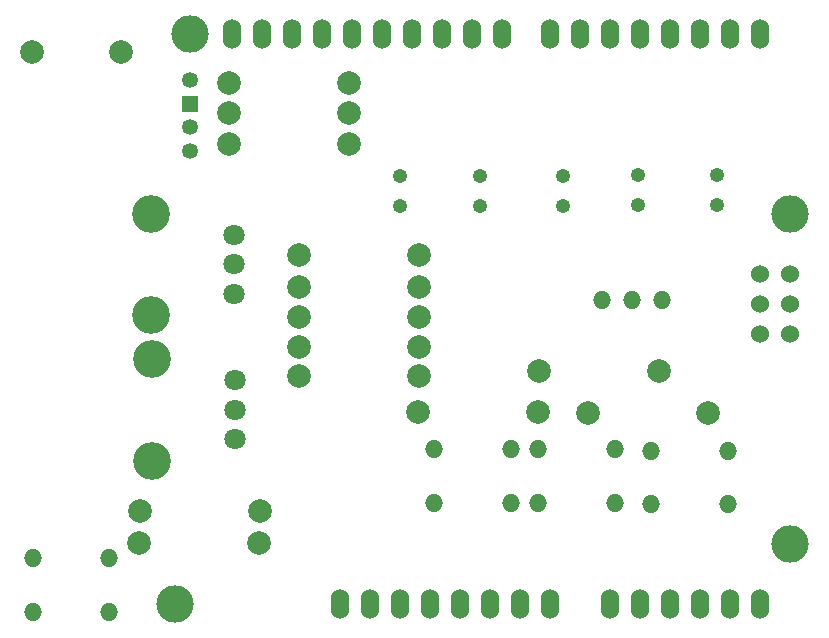
<source format=gbr>
G04 #@! TF.FileFunction,Soldermask,Top*
%FSLAX46Y46*%
G04 Gerber Fmt 4.6, Leading zero omitted, Abs format (unit mm)*
G04 Created by KiCad (PCBNEW 4.1.0-alpha+201606210817+6944~45~ubuntu14.04.1-product) date Tue Jun 21 19:39:29 2016*
%MOMM*%
%LPD*%
G01*
G04 APERTURE LIST*
%ADD10C,0.100000*%
%ADD11O,1.524000X1.524000*%
%ADD12C,1.998980*%
%ADD13O,1.219200X1.219200*%
%ADD14O,1.524000X2.540000*%
%ADD15C,3.175000*%
%ADD16C,1.524000*%
%ADD17C,3.200000*%
%ADD18C,1.800000*%
%ADD19C,1.351280*%
%ADD20R,1.351280X1.351280*%
%ADD21C,2.000000*%
G04 APERTURE END LIST*
D10*
D11*
X162877500Y-122161300D03*
X169379900Y-122161300D03*
X162877500Y-126682500D03*
X169379900Y-126682500D03*
D12*
X186055000Y-119126000D03*
X175895000Y-119126000D03*
D11*
X181203600Y-122301000D03*
X187706000Y-122301000D03*
X181203600Y-126822200D03*
X187706000Y-126822200D03*
D13*
X180140493Y-98921321D03*
X180140493Y-101461321D03*
X186820493Y-98921321D03*
X186820493Y-101461321D03*
D12*
X161544000Y-113538000D03*
X151384000Y-113538000D03*
X161544000Y-115951000D03*
X151384000Y-115951000D03*
D11*
X171678600Y-122161300D03*
X178181000Y-122161300D03*
X171678600Y-126682500D03*
X178181000Y-126682500D03*
D14*
X190459360Y-135260080D03*
X187919360Y-135260080D03*
X185379360Y-135260080D03*
X177759360Y-135260080D03*
X180299360Y-135260080D03*
X182839360Y-135260080D03*
X172679360Y-135260080D03*
X170139360Y-135260080D03*
X167599360Y-135260080D03*
X162519360Y-135260080D03*
X159979360Y-135260080D03*
X190459360Y-87000080D03*
X187919360Y-87000080D03*
X185379360Y-87000080D03*
X182839360Y-87000080D03*
X180299360Y-87000080D03*
X177759360Y-87000080D03*
X175219360Y-87000080D03*
X172679360Y-87000080D03*
X168615360Y-87000080D03*
X166075360Y-87000080D03*
X163535360Y-87000080D03*
X160995360Y-87000080D03*
X158455360Y-87000080D03*
X155915360Y-87000080D03*
X153375360Y-87000080D03*
X150835360Y-87000080D03*
X165059360Y-135260080D03*
D15*
X192999360Y-130180080D03*
X192999360Y-102240080D03*
X142199360Y-87000080D03*
X140929360Y-135260080D03*
D14*
X148295360Y-87000080D03*
X145755360Y-87000080D03*
X157439360Y-135260080D03*
X154899360Y-135260080D03*
D16*
X190459360Y-107320080D03*
X192999360Y-107320080D03*
X190459360Y-109860080D03*
X192999360Y-109860080D03*
X190459360Y-112400080D03*
X192999360Y-112400080D03*
D17*
X138963400Y-123111040D03*
X138963400Y-114511040D03*
D18*
X145963400Y-118811040D03*
X145963400Y-121311040D03*
X145963400Y-116311040D03*
D19*
X142148414Y-96880774D03*
X142148414Y-90881294D03*
D20*
X142148414Y-92880274D03*
D19*
X142148414Y-94881794D03*
D11*
X182118000Y-109537500D03*
X179578000Y-109537500D03*
X177038000Y-109537500D03*
D17*
X138912600Y-110794800D03*
X138912600Y-102194800D03*
D18*
X145912600Y-106494800D03*
X145912600Y-108994800D03*
X145912600Y-103994800D03*
D11*
X128854200Y-131394200D03*
X135356600Y-131394200D03*
X128854200Y-135915400D03*
X135356600Y-135915400D03*
D21*
X128762760Y-88539320D03*
X136362440Y-88539320D03*
D12*
X137927080Y-127406400D03*
X148087080Y-127406400D03*
X148056600Y-130063240D03*
X137896600Y-130063240D03*
X161571940Y-105707180D03*
X151411940Y-105707180D03*
X161571940Y-108377355D03*
X151411940Y-108377355D03*
X161571940Y-110939580D03*
X151411940Y-110939580D03*
X145450560Y-91109800D03*
X155610560Y-91109800D03*
X145455640Y-93677740D03*
X155615640Y-93677740D03*
X145455640Y-96306640D03*
X155615640Y-96306640D03*
X181927500Y-115570000D03*
X171767500Y-115570000D03*
X161470340Y-118999000D03*
X171630340Y-118999000D03*
D13*
X159943800Y-99060000D03*
X159943800Y-101600000D03*
X166751000Y-99060000D03*
X166751000Y-101600000D03*
X173736000Y-99060000D03*
X173736000Y-101600000D03*
M02*

</source>
